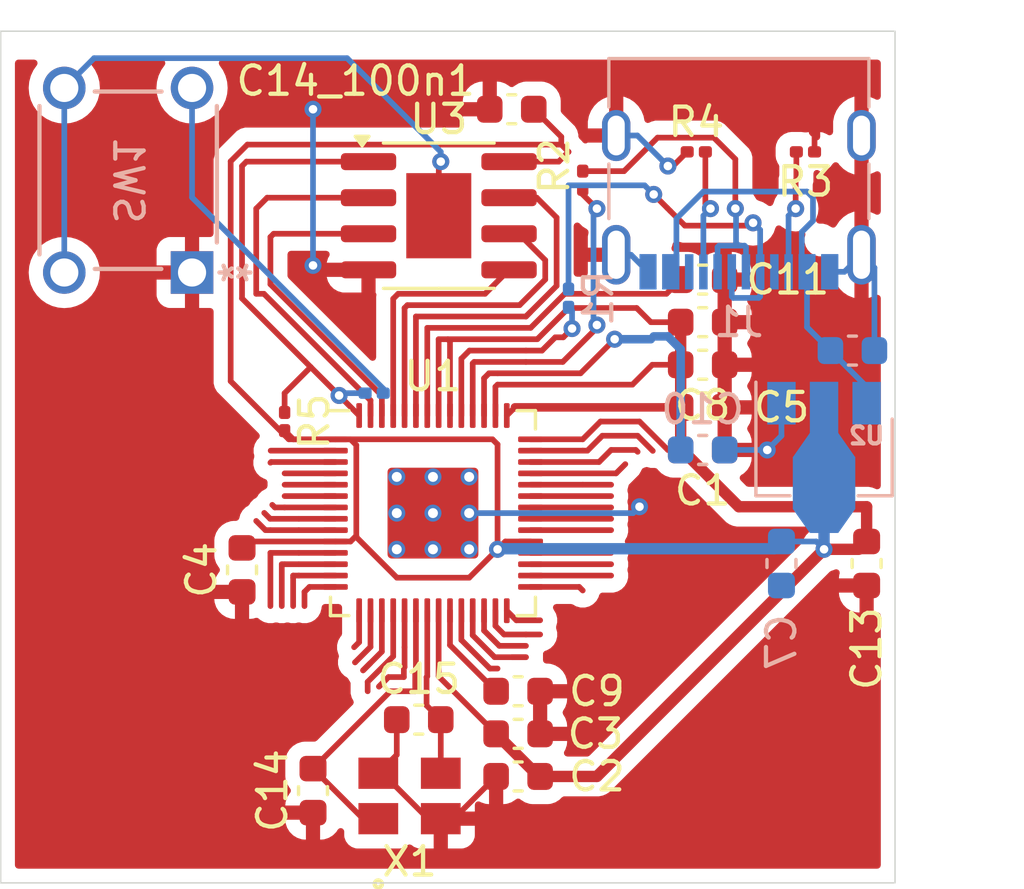
<source format=kicad_pcb>
(kicad_pcb (version 20240108) (generator "pcbnew") (generator_version "8.0")
  (layers (0 "F.Cu" signal) (31 "B.Cu" signal) (34 "B.Paste" user) (35 "F.Paste" user) (36 "B.SilkS" user "B.Silkscreen") (37 "F.SilkS" user "F.Silkscreen") (38 "B.Mask" user) (39 "F.Mask" user) (44 "Edge.Cuts" user))
  (net 0 "")
  (net 1 "unconnected-(U1-GPIO4-Pad6)")
  (net 2 "unconnected-(U1-GPIO8-Pad11)")
  (net 3 "unconnected-(U1-GPIO18-Pad29)")
  (net 4 "unconnected-(U1-GND-Pad57)")
  (net 5 "unconnected-(U1-GPIO19-Pad30)")
  (net 6 "unconnected-(U1-GPIO3-Pad5)")
  (net 7 "unconnected-(U1-GPIO1-Pad3)")
  (net 8 "unconnected-(U1-GPIO10-Pad13)")
  (net 9 "unconnected-(U1-GPIO23-Pad35)")
  (net 10 "unconnected-(U1-GPIO12-Pad15)")
  (net 11 "unconnected-(U1-GPIO11-Pad14)")
  (net 12 "unconnected-(U1-RUN-Pad26)")
  (net 13 "unconnected-(U1-SWD-Pad25)")
  (net 14 "unconnected-(U1-GPIO21-Pad32)")
  (net 15 "unconnected-(U1-GPIO26_ADC0-Pad38)")
  (net 16 "unconnected-(U1-GPIO28_ADC2-Pad40)")
  (net 17 "unconnected-(U1-GPIO16-Pad27)")
  (net 18 "unconnected-(U1-GPIO6-Pad8)")
  (net 19 "unconnected-(U1-GPIO22-Pad34)")
  (net 20 "unconnected-(U1-GPIO17-Pad28)")
  (net 21 "unconnected-(U1-GPIO29_ADC3-Pad41)")
  (net 22 "unconnected-(U1-GPIO15-Pad18)")
  (net 23 "unconnected-(U1-GPIO0-Pad2)")
  (net 24 "unconnected-(U1-GPIO14-Pad17)")
  (net 25 "unconnected-(U1-TESTEN-Pad19)")
  (net 26 "unconnected-(U1-GPIO9-Pad12)")
  (net 27 "unconnected-(U1-SWCLK-Pad24)")
  (net 28 "unconnected-(U1-GPIO13-Pad16)")
  (net 29 "unconnected-(U1-GPIO24-Pad36)")
  (net 30 "unconnected-(U1-GPIO2-Pad4)")
  (net 31 "unconnected-(U1-GPIO27_ADC1-Pad39)")
  (net 32 "unconnected-(U1-GPIO7-Pad9)")
  (net 33 "unconnected-(U1-GPIO5-Pad7)")
  (net 34 "unconnected-(U1-GPIO20-Pad31)")
  (net 35 "GND")
  (net 36 "unconnected-(U1-GPIO25-Pad37)")
  (net 37 "3v3")
  (net 38 "+1V1")
  (net 39 "Net-(U2-IN)")
  (net 40 "Net-(J1-CC1)")
  (net 41 "Net-(J1-CC2)")
  (net 42 "Net-(J1-D+-PadA6)")
  (net 43 "Net-(U1-USB_DP)")
  (net 44 "Net-(J1-D--PadA7)")
  (net 45 "Net-(U1-USB_DM)")
  (net 46 "Net-(U1-QSPI_SS)")
  (net 47 "Net-(R6-Pad1)")
  (net 48 "Net-(U1-QSPI_SCLK)")
  (net 49 "Net-(U1-QSPI_SD2)")
  (net 50 "Net-(U1-QSPI_SD3)")
  (net 51 "Net-(U1-QSPI_SD1)")
  (net 52 "Net-(U1-QSPI_SD0)")
  (net 55 "Net-(U1-XIN)")
  (net 56 "Net-(U1-XOUT)")
  (footprint "Resistor_SMD:R_0201_0603Metric" (layer "F.Cu") (at 150.845 66.5 180)
    (property "Reference" "R3")
    (property "Value" "5.1k")
  )
  (footprint "Capacitor_SMD:C_0603_1608Metric" (layer "F.Cu") (at 137.225 86.5)
    (property "Reference" "C15")
    (property "Value" "Capacitor_10pF" (hide yes))
  )
  (footprint "Capacitor_SMD:C_0603_1608Metric" (layer "F.Cu") (at 140.725 88.5)
    (property "Reference" "C2")
    (property "Value" "Capacitor_NP" (hide yes))
  )
  (footprint "Resistor_SMD:R_0201_0603Metric" (layer "F.Cu") (at 147 66.5)
    (property "Reference" "R4")
    (property "Value" "5.1k")
  )
  (footprint "Capacitor_SMD:C_0603_1608Metric" (layer "F.Cu") (at 147.225 75.5 180)
    (property "Reference" "C5")
    (property "Value" "Capacitor_NP")
  )
  (footprint "Capacitor_SMD:C_0603_1608Metric" (layer "F.Cu") (at 140.5 65)
    (property "Reference" "C14_100n1")
    (property "Value" "Capacitor_NP")
  )
  (footprint "Resistor_SMD:R_0201_0603Metric" (layer "F.Cu") (at 132.5 76 -90)
    (property "Reference" "R5")
    (property "Value" "Resistor" (hide yes))
  )
  (footprint "Capacitor_SMD:C_0603_1608Metric" (layer "F.Cu") (at 147.225 72.5 180)
    (property "Reference" "C6" (hide yes))
    (property "Value" "Capacitor_NP")
  )
  (footprint "Resistor_SMD:R_0201_0603Metric" (layer "F.Cu") (at 143 67.5 90)
    (property "Reference" "R2")
    (property "Value" "Resistor" (hide yes))
  )
  (footprint "Capacitor_SMD:C_0603_1608Metric" (layer "F.Cu") (at 133.5 89 90)
    (property "Reference" "C14")
    (property "Value" "Capacitor_10pF" (hide yes))
  )
  (footprint "Capacitor_SMD:C_0603_1608Metric" (layer "F.Cu") (at 147.225 71 180)
    (property "Reference" "C11")
    (property "Value" "Capacitor_NP" (hide yes))
  )
  (footprint "Capacitor_SMD:C_0603_1608Metric" (layer "F.Cu") (at 147.225 77 180)
    (property "Reference" "C1")
    (property "Value" "Capacitor_NP" (hide yes))
  )
  (footprint "Capacitor_SMD:C_0603_1608Metric" (layer "F.Cu") (at 131 81.225 90)
    (property "Reference" "C4")
    (property "Value" "Capacitor_NP" (hide yes))
  )
  (footprint "Capacitor_SMD:C_0603_1608Metric" (layer "F.Cu") (at 140.725 85.5 180)
    (property "Reference" "C9")
    (property "Value" "Capacitor_NP" (hide yes))
  )
  (footprint "Capacitor_SMD:C_0603_1608Metric" (layer "F.Cu") (at 140.725 87 180)
    (property "Reference" "C3")
    (property "Value" "Capacitor_NP" (hide yes))
  )
  (footprint "Package_SO:SOIC-8-1EP_3.9x4.9mm_P1.27mm_EP2.29x3mm" (layer "F.Cu") (at 137.93 68.75)
    (property "Reference" "U3")
    (property "Value" "W25Q128JVSIQ")
  )
  (footprint "Capacitor_SMD:C_0603_1608Metric" (layer "F.Cu") (at 147.225 74 180)
    (property "Reference" "C8")
    (property "Value" "Capacitor_NP" (hide yes))
  )
  (footprint "footprints:ABM8-272-T3_ABR" (layer "F.Cu") (at 136.9 89.1877 90)
    (property "Reference" "X1")
    (property "Value" "ABM8-272-T3" (hide yes))
  )
  (footprint "Capacitor_SMD:C_0603_1608Metric" (layer "F.Cu") (at 153 81 90)
    (property "Reference" "C13")
    (property "Value" "Capacitor_NP" (hide yes))
  )
  (footprint "MCU_RaspberryPi_and_Boards:RP2040-QFN-56" (layer "F.Cu") (at 137.725 79.225)
    (property "Reference" "U1")
    (property "Value" "RP2040")
  )
  (footprint "PCM_4ms_Package_SOT:SOT89-3" (layer "B.Cu") (at 151.5 76.8335 -90)
    (property "Reference" "U2")
    (property "Value" "ADP3338AKCZ-3.3" (hide yes))
  )
  (footprint "Capacitor_SMD:C_0603_1608Metric" (layer "B.Cu") (at 150 81 90)
    (property "Reference" "C7")
    (property "Value" "Capacitor_NP")
  )
  (footprint "Resistor_SMD:R_0201_0603Metric" (layer "B.Cu") (at 142.5 71.655 90)
    (property "Reference" "R1")
    (property "Value" "Resistor")
  )
  (footprint "Capacitor_SMD:C_0603_1608Metric" (layer "B.Cu") (at 147.225 77 180)
    (property "Reference" "C10")
    (property "Value" "Capacitor_NP")
  )
  (footprint "Connector_USB:USB_C_Receptacle_G-Switch_GT-USB-7010ASV" (layer "B.Cu") (at 148.5 67)
    (property "Reference" "J1")
    (property "Value" "USB_C_Receptacle_USB2.0")
  )
  (footprint "Push Button:SW4_1825910-B_TEC" (layer "B.Cu") (at 124.7394 64.25 90)
    (property "Reference" "SW1")
    (property "Value" "USB Boot Button" (hide yes))
  )
  (footprint "Resistor_SMD:R_0201_0603Metric" (layer "B.Cu") (at 135.655 75 180)
    (property "Reference" "R6" (hide yes))
    (property "Value" "Resistor")
  )
  (footprint "Capacitor_SMD:C_0603_1608Metric" (layer "B.Cu") (at 152.5 73.5)
    (property "Reference" "C12" (hide yes))
    (property "Value" "Capacitor_NP" (hide yes))
  )
  (gr_rect (start 122.5 62.25) (end 154 92.25) (stroke (width 0.05)) (fill none) (layer "Edge.Cuts"))
  (segment (start 137.93 68.75) (end 137.93 66.915) (width 0.2) (layer "F.Cu") (net 0))
  (segment (start 137.93 66.915) (end 138 66.845) (width 0.2) (layer "F.Cu") (net 0))
  (via (at 138 66.845) (size 0.6) (drill 0.3) (layers "F.Cu" "B.Cu") (net 0))
  (segment (start 125.7887 63.2007) (end 124.7394 64.25) (width 0.2) (layer "B.Cu") (net 0))
  (segment (start 124.7394 70.750001) (end 124.7394 64.25) (width 0.2) (layer "B.Cu") (net 0))
  (segment (start 138 66.5) (end 134.7007 63.2007) (width 0.2) (layer "B.Cu") (net 0))
  (segment (start 134.7007 63.2007) (end 125.7887 63.2007) (width 0.2) (layer "B.Cu") (net 0))
  (segment (start 138 66.845) (end 138 66.5) (width 0.2) (layer "B.Cu") (net 0))
  (segment (start 134.2875 78.625) (end 132.5 78.625) (width 0.2) (layer "F.Cu") (net 1))
  (segment (start 132 80.625) (end 132 82.5) (width 0.2) (layer "F.Cu") (net 2))
  (segment (start 133 80.625) (end 132 80.625) (width 0.2) (layer "F.Cu") (net 2))
  (segment (start 134.2875 80.625) (end 133 80.625) (width 0.2) (layer "F.Cu") (net 2))
  (segment (start 142.875 81.825) (end 143 81.95) (width 0.2) (layer "F.Cu") (net 3))
  (segment (start 141.1625 81.825) (end 142.875 81.825) (width 0.2) (layer "F.Cu") (net 3))
  (via (at 145 79) (size 0.6) (drill 0.3) (layers "F.Cu" "B.Cu") (net 4))
  (segment (start 144.775 79.225) (end 145 79) (width 0.2) (layer "B.Cu") (net 4))
  (segment (start 139 79.225) (end 144.775 79.225) (width 0.2) (layer "B.Cu") (net 4))
  (segment (start 141.1625 81.425) (end 144 81.425) (width 0.2) (layer "F.Cu") (net 5))
  (segment (start 134.2875 78.225) (end 132.5 78.225) (width 0.2) (layer "F.Cu") (net 6))
  (segment (start 134.2875 77.425) (end 132.025 77.425) (width 0.2) (layer "F.Cu") (net 7))
  (segment (start 132.025 77.425) (end 132 77.45) (width 0.2) (layer "F.Cu") (net 7))
  (segment (start 132.8 81.425) (end 132.8 81.5) (width 0.2) (layer "F.Cu") (net 8))
  (segment (start 134.2875 81.425) (end 133 81.425) (width 0.2) (layer "F.Cu") (net 8))
  (segment (start 133 81.425) (end 132.8 81.425) (width 0.2) (layer "F.Cu") (net 8))
  (segment (start 132.8 81.5) (end 132.8 82.5) (width 0.2) (layer "F.Cu") (net 8))
  (segment (start 141.1625 79.425) (end 144 79.425) (width 0.2) (layer "F.Cu") (net 9))
  (segment (start 135.125 83.771572) (end 134.948286 83.948286) (width 0.2) (layer "F.Cu") (net 10))
  (segment (start 135.125 82.6625) (end 135.125 83.771572) (width 0.2) (layer "F.Cu") (net 10))
  (segment (start 134.2875 81.825) (end 133.375 81.825) (width 0.2) (layer "F.Cu") (net 11))
  (segment (start 133.375 81.825) (end 133.2 82) (width 0.2) (layer "F.Cu") (net 11))
  (segment (start 133.2 82) (end 133.2 82.5) (width 0.2) (layer "F.Cu") (net 11))
  (segment (start 140.062954 83.9) (end 141 83.9) (width 0.2) (layer "F.Cu") (net 12))
  (segment (start 139.525 83.362046) (end 140.062954 83.9) (width 0.2) (layer "F.Cu") (net 12))
  (segment (start 139.525 82.6625) (end 139.525 83.362046) (width 0.2) (layer "F.Cu") (net 12))
  (segment (start 139.897268 84.3) (end 141 84.3) (width 0.2) (layer "F.Cu") (net 13))
  (segment (start 139.125 83.527732) (end 139.897268 84.3) (width 0.2) (layer "F.Cu") (net 13))
  (segment (start 141 84.3) (end 140.5 84.3) (width 0.2) (layer "F.Cu") (net 13))
  (segment (start 139.125 82.6625) (end 139.125 83.527732) (width 0.2) (layer "F.Cu") (net 13))
  (segment (start 141.1625 80.625) (end 144 80.625) (width 0.2) (layer "F.Cu") (net 14))
  (segment (start 141.1625 78.225) (end 143 78.225) (width 0.2) (layer "F.Cu") (net 15))
  (segment (start 143 78.225) (end 144 78.225) (width 0.2) (layer "F.Cu") (net 15))
  (segment (start 144 77) (end 143.575 77.425) (width 0.2) (layer "F.Cu") (net 16))
  (segment (start 144.868628 77) (end 144 77) (width 0.2) (layer "F.Cu") (net 16))
  (segment (start 144.934314 77.065686) (end 144.868628 77) (width 0.2) (layer "F.Cu") (net 16))
  (segment (start 143.575 77.425) (end 141.1625 77.425) (width 0.2) (layer "F.Cu") (net 16))
  (segment (start 141 83.5) (end 141.5 83.5) (width 0.2) (layer "F.Cu") (net 17))
  (segment (start 139.925 83.19636) (end 140.22864 83.5) (width 0.2) (layer "F.Cu") (net 17))
  (segment (start 140.22864 83.5) (end 141 83.5) (width 0.2) (layer "F.Cu") (net 17))
  (segment (start 139.925 82.6625) (end 139.925 83.19636) (width 0.2) (layer "F.Cu") (net 17))
  (segment (start 134.2875 79.425) (end 133 79.425) (width 0.2) (layer "F.Cu") (net 18))
  (segment (start 131.990686 79.425) (end 131.782843 79.217157) (width 0.2) (layer "F.Cu") (net 18))
  (segment (start 133 79.425) (end 131.990686 79.425) (width 0.2) (layer "F.Cu") (net 18))
  (segment (start 141.1625 79.825) (end 144 79.825) (width 0.2) (layer "F.Cu") (net 19))
  (segment (start 140.325 82.6625) (end 140.6625 83) (width 0.2) (layer "F.Cu") (net 20))
  (segment (start 140.6625 83) (end 141.5 83) (width 0.2) (layer "F.Cu") (net 20))
  (segment (start 141.1625 77.025) (end 143 77.025) (width 0.2) (layer "F.Cu") (net 21))
  (segment (start 143.165686 77.025) (end 143.595343 76.595343) (width 0.2) (layer "F.Cu") (net 21))
  (segment (start 143.690686 76.5) (end 144.934314 76.5) (width 0.2) (layer "F.Cu") (net 21))
  (segment (start 143.595343 76.595343) (end 143.690686 76.5) (width 0.2) (layer "F.Cu") (net 21))
  (segment (start 143 77.025) (end 143.165686 77.025) (width 0.2) (layer "F.Cu") (net 21))
  (segment (start 144.934314 76.5) (end 145.467157 77.032843) (width 0.2) (layer "F.Cu") (net 21))
  (segment (start 136.325 82.6625) (end 136.325 84.268629) (width 0.2) (layer "F.Cu") (net 22))
  (segment (start 136.325 84.268629) (end 135.425 85.168629) (width 0.2) (layer "F.Cu") (net 22))
  (segment (start 135.425 85.168629) (end 135.425 85.5) (width 0.2) (layer "F.Cu") (net 22))
  (segment (start 134.2875 77.025) (end 132.009314 77.025) (width 0.2) (layer "F.Cu") (net 23))
  (segment (start 135.925 82.6625) (end 135.925 84.102943) (width 0.2) (layer "F.Cu") (net 24))
  (segment (start 135.925 84.102943) (end 135.263971 84.763972) (width 0.2) (layer "F.Cu") (net 24))
  (segment (start 135.263971 84.763972) (end 135.513971 84.513972) (width 0.2) (layer "F.Cu") (net 24))
  (segment (start 136.7 84.66863) (end 136.7 85) (width 0.2) (layer "F.Cu") (net 25))
  (segment (start 136.159315 85) (end 135.825 85.334315) (width 0.2) (layer "F.Cu") (net 25))
  (segment (start 136.7 85) (end 136.159315 85) (width 0.2) (layer "F.Cu") (net 25))
  (segment (start 136.725 84.64363) (end 136.7 84.66863) (width 0.2) (layer "F.Cu") (net 25))
  (segment (start 135.825 85.334315) (end 136.079657 85.079658) (width 0.2) (layer "F.Cu") (net 25))
  (segment (start 136.725 82.6625) (end 136.725 83.95) (width 0.2) (layer "F.Cu") (net 25))
  (segment (start 136.725 83.95) (end 136.725 84.64363) (width 0.2) (layer "F.Cu") (net 25))
  (segment (start 133 81.025) (end 132.5 81.025) (width 0.2) (layer "F.Cu") (net 26))
  (segment (start 132.5 81.025) (end 132.4 81.025) (width 0.2) (layer "F.Cu") (net 26))
  (segment (start 134.2875 81.025) (end 133 81.025) (width 0.2) (layer "F.Cu") (net 26))
  (segment (start 132.4 81.025) (end 132.4 82.5) (width 0.2) (layer "F.Cu") (net 26))
  (segment (start 139.731582 84.7) (end 140 84.7) (width 0.2) (layer "F.Cu") (net 27))
  (segment (start 138.725 82.6625) (end 138.725 83.693418) (width 0.2) (layer "F.Cu") (net 27))
  (segment (start 138.725 83.693418) (end 139.731582 84.7) (width 0.2) (layer "F.Cu") (net 27))
  (segment (start 134.981128 84.481129) (end 134.981128 84.481128) (width 0.2) (layer "F.Cu") (net 28))
  (segment (start 135.525 82.6625) (end 135.525 83.937257) (width 0.2) (layer "F.Cu") (net 28))
  (segment (start 135.525 83.937257) (end 134.981128 84.481128) (width 0.2) (layer "F.Cu") (net 28))
  (segment (start 141.1625 79.025) (end 144 79.025) (width 0.2) (layer "F.Cu") (net 29))
  (segment (start 134.2875 77.825) (end 132.5 77.825) (width 0.2) (layer "F.Cu") (net 30))
  (segment (start 141.1625 77.825) (end 144.175 77.825) (width 0.2) (layer "F.Cu") (net 31))
  (segment (start 144.175 77.825) (end 144.5 77.5) (width 0.2) (layer "F.Cu") (net 31))
  (segment (start 132 79.825) (end 131.825 79.825) (width 0.2) (layer "F.Cu") (net 32))
  (segment (start 133 79.825) (end 132 79.825) (width 0.2) (layer "F.Cu") (net 32))
  (segment (start 131.825 79.825) (end 131.5 79.5) (width 0.2) (layer "F.Cu") (net 32))
  (segment (start 134.2875 79.825) (end 133 79.825) (width 0.2) (layer "F.Cu") (net 32))
  (segment (start 132.5 79.025) (end 132.156372 79.025) (width 0.2) (layer "F.Cu") (net 33))
  (segment (start 132.156372 79.025) (end 132.065686 78.934314) (width 0.2) (layer "F.Cu") (net 33))
  (segment (start 134.2875 79.025) (end 132.5 79.025) (width 0.2) (layer "F.Cu") (net 33))
  (segment (start 141.1625 81.025) (end 144 81.025) (width 0.2) (layer "F.Cu") (net 34))
  (segment (start 146 67) (end 146.18 67) (width 0.2) (layer "F.Cu") (net 35))
  (segment (start 135.8 88.387699) (end 135.95 88.387699) (width 0.2) (layer "F.Cu") (net 35))
  (segment (start 135.455 70.655) (end 133.655 70.655) (width 0.2) (layer "F.Cu") (net 35))
  (segment (start 139.95 88.5) (end 138.462299 89.987701) (width 0.2) (layer "F.Cu") (net 35))
  (segment (start 135.95 88.387699) (end 137.550002 89.987701) (width 0.2) (layer "F.Cu") (net 35))
  (segment (start 149.5 77) (end 148 77) (width 0.2) (layer "F.Cu") (net 35))
  (segment (start 133.655 70.655) (end 133.5 70.5) (width 0.2) (layer "F.Cu") (net 35))
  (segment (start 136.45 86.5) (end 136.45 87.737699) (width 0.2) (layer "F.Cu") (net 35))
  (segment (start 146.18 67) (end 146.68 66.5) (width 0.2) (layer "F.Cu") (net 35))
  (segment (start 137.550002 89.987701) (end 138 89.987701) (width 0.2) (layer "F.Cu") (net 35))
  (segment (start 151.165 65.665) (end 151 65.5) (width 0.2) (layer "F.Cu") (net 35))
  (segment (start 138.462299 89.987701) (end 138 89.987701) (width 0.2) (layer "F.Cu") (net 35))
  (segment (start 136.45 87.737699) (end 135.8 88.387699) (width 0.2) (layer "F.Cu") (net 35))
  (segment (start 151.165 66.5) (end 151.165 65.665) (width 0.2) (layer "F.Cu") (net 35))
  (via (at 133.5 70.5) (size 0.6) (drill 0.3) (layers "F.Cu" "B.Cu") (net 35))
  (via (at 133.5 65) (size 0.6) (drill 0.3) (layers "F.Cu" "B.Cu") (net 35))
  (via (at 146 67) (size 0.6) (drill 0.3) (layers "F.Cu" "B.Cu") (net 35))
  (via (at 149.5 77) (size 0.6) (drill 0.3) (layers "F.Cu" "B.Cu") (net 35))
  (segment (start 144.18 70.125) (end 144.7 70.125) (width 0.2) (layer "B.Cu") (net 35))
  (segment (start 152.22 70.725) (end 152.82 70.125) (width 0.2) (layer "B.Cu") (net 35))
  (segment (start 150 76.5) (end 149.5 77) (width 0.2) (layer "B.Cu") (net 35))
  (segment (start 148 77) (end 149.5 77) (width 0.2) (layer "B.Cu") (net 35))
  (segment (start 144.925 65.925) (end 146 67) (width 0.2) (layer "B.Cu") (net 35))
  (segment (start 153.275 73.5) (end 153.275 70.58) (width 0.2) (layer "B.Cu") (net 35))
  (segment (start 151.7 70.725) (end 152.22 70.725) (width 0.2) (layer "B.Cu") (net 35))
  (segment (start 150 75.3535) (end 150 76.5) (width 0.2) (layer "B.Cu") (net 35))
  (segment (start 144.18 65.925) (end 144.925 65.925) (width 0.2) (layer "B.Cu") (net 35))
  (segment (start 153.275 70.58) (end 152.82 70.125) (width 0.2) (layer "B.Cu") (net 35))
  (segment (start 133.5 70.5) (end 133.5 65) (width 0.2) (layer "B.Cu") (net 35))
  (segment (start 144.7 70.125) (end 145.3 70.725) (width 0.2) (layer "B.Cu") (net 35))
  (segment (start 141.1625 78.625) (end 144 78.625) (width 0.2) (layer "F.Cu") (net 36))
  (segment (start 135.025 76.82864) (end 134.82136 76.625) (width 0.2) (layer "F.Cu") (net 37))
  (segment (start 134.2875 76.625) (end 132.805 76.625) (width 0.2) (layer "F.Cu") (net 37))
  (segment (start 145.45 74) (end 146.45 74) (width 0.2) (layer "F.Cu") (net 37))
  (segment (start 148.5 79) (end 153 79) (width 0.4) (layer "F.Cu") (net 37))
  (segment (start 140.325 75.7875) (end 140.6125 75.5) (width 0.2) (layer "F.Cu") (net 37))
  (segment (start 144.9 72) (end 145.4 72.5) (width 0.2) (layer "F.Cu") (net 37))
  (segment (start 135.025 80.068902) (end 136.456098 81.5) (width 0.2) (layer "F.Cu") (net 37))
  (segment (start 142.245 66.245) (end 142.245 65.97) (width 0.2) (layer "F.Cu") (net 37))
  (segment (start 138.325 75.7875) (end 138.325 73.175) (width 0.2) (layer "F.Cu") (net 37))
  (segment (start 141.5 88.5) (end 141.45 88.5) (width 0.2) (layer "F.Cu") (net 37))
  (segment (start 144.75 74.7) (end 145.45 74) (width 0.2) (layer "F.Cu") (net 37))
  (segment (start 138.25 73.1) (end 141.4 73.1) (width 0.2) (layer "F.Cu") (net 37))
  (segment (start 140 74.7) (end 144.75 74.7) (width 0.2) (layer "F.Cu") (net 37))
  (segment (start 143.5 88.5) (end 151.5 80.5) (width 0.4) (layer "F.Cu") (net 37))
  (segment (start 140 76.80364) (end 140 80.5) (width 0.2) (layer "F.Cu") (net 37))
  (segment (start 140.405 66.845) (end 142.155 66.845) (width 0.2) (layer "F.Cu") (net 37))
  (segment (start 151.5 80.5) (end 152.725 80.5) (width 0.4) (layer "F.Cu") (net 37))
  (segment (start 146.45 72.5) (end 146.45 74) (width 0.4) (layer "F.Cu") (net 37))
  (segment (start 137.925 84.975) (end 137.925 82.6625) (width 0.2) (layer "F.Cu") (net 37))
  (segment (start 146.45 76.95) (end 148.5 79) (width 0.4) (layer "F.Cu") (net 37))
  (segment (start 139.925 74.775) (end 140 74.7) (width 0.2) (layer "F.Cu") (net 37))
  (segment (start 146 77) (end 145 76) (width 0.2) (layer "F.Cu") (net 37))
  (segment (start 136.456098 81.5) (end 139 81.5) (width 0.2) (layer "F.Cu") (net 37))
  (segment (start 140.275 80.225) (end 141.1625 80.225) (width 0.2) (layer "F.Cu") (net 37))
  (segment (start 139.82136 76.625) (end 140 76.80364) (width 0.2) (layer "F.Cu") (net 37))
  (segment (start 139 81.5) (end 140 80.5) (width 0.2) (layer "F.Cu") (net 37))
  (segment (start 142.245 66.245) (end 131.189314 66.245) (width 0.2) (layer "F.Cu") (net 37))
  (segment (start 139.925 75.7875) (end 139.925 74.775) (width 0.2) (layer "F.Cu") (net 37))
  (segment (start 146.45 74) (end 146.45 75.5) (width 0.4) (layer "F.Cu") (net 37))
  (segment (start 135.025 80.02136) (end 135.025 80.068902) (width 0.2) (layer "F.Cu") (net 37))
  (segment (start 141.4 73.1) (end 142.5 72) (width 0.2) (layer "F.Cu") (net 37))
  (segment (start 143 76.625) (end 141.1625 76.625) (width 0.2) (layer "F.Cu") (net 37))
  (segment (start 134.2875 80.225) (end 134.82136 80.225) (width 0.2) (layer "F.Cu") (net 37))
  (segment (start 134.2875 80.225) (end 131.275 80.225) (width 0.2) (layer "F.Cu") (net 37))
  (segment (start 131.275 80.225) (end 131 80.5) (width 0.2) (layer "F.Cu") (net 37))
  (segment (start 142.155 66.845) (end 142.5 66.5) (width 0.2) (layer "F.Cu") (net 37))
  (segment (start 139.95 87) (end 137.925 84.975) (width 0.2) (layer "F.Cu") (net 37))
  (segment (start 134.82136 80.225) (end 135.025 80.02136) (width 0.2) (layer "F.Cu") (net 37))
  (segment (start 142.5 66.5) (end 142.245 66.245) (width 0.2) (layer "F.Cu") (net 37))
  (segment (start 138.325 73.175) (end 138.25 73.1) (width 0.2) (layer "F.Cu") (net 37))
  (segment (start 134.82136 76.625) (end 134.2875 76.625) (width 0.2) (layer "F.Cu") (net 37))
  (segment (start 137.925 73.1) (end 137.925 75.7875) (width 0.2) (layer "F.Cu") (net 37))
  (segment (start 140 80.5) (end 140.275 80.225) (width 0.2) (layer "F.Cu") (net 37))
  (segment (start 142.5 72) (end 144.9 72) (width 0.2) (layer "F.Cu") (net 37))
  (segment (start 142.245 65.97) (end 141.275 65) (width 0.2) (layer "F.Cu") (net 37))
  (segment (start 130.6 74.578456) (end 132.646544 76.625) (width 0.2) (layer "F.Cu") (net 37))
  (segment (start 146.45 75.5) (end 146.45 76.95) (width 0.4) (layer "F.Cu") (net 37))
  (segment (start 145.4 72.5) (end 146.45 72.5) (width 0.2) (layer "F.Cu") (net 37))
  (segment (start 138.25 73.1) (end 137.925 73.1) (width 0.2) (layer "F.Cu") (net 37))
  (segment (start 132.805 76.625) (end 132.5 76.32) (width 0.2) (layer "F.Cu") (net 37))
  (segment (start 145 76) (end 143.625 76) (width 0.2) (layer "F.Cu") (net 37))
  (segment (start 146.45 77) (end 146 77) (width 0.2) (layer "F.Cu") (net 37))
  (segment (start 153 79) (end 153 80.225) (width 0.4) (layer "F.Cu") (net 37))
  (segment (start 141.45 88.5) (end 139.95 87) (width 0.4) (layer "F.Cu") (net 37))
  (segment (start 130.6 66.834314) (end 130.6 74.578456) (width 0.2) (layer "F.Cu") (net 37))
  (segment (start 135.025 80.02136) (end 135.025 76.82864) (width 0.2) (layer "F.Cu") (net 37))
  (segment (start 140.6125 75.5) (end 146.45 75.5) (width 0.3) (layer "F.Cu") (net 37))
  (segment (start 131.189314 66.245) (end 130.6 66.834314) (width 0.2) (layer "F.Cu") (net 37))
  (segment (start 143.625 76) (end 143 76.625) (width 0.2) (layer "F.Cu") (net 37))
  (segment (start 132.646544 76.625) (end 139.82136 76.625) (width 0.2) (layer "F.Cu") (net 37))
  (segment (start 141.5 88.5) (end 143.5 88.5) (width 0.4) (layer "F.Cu") (net 37))
  (segment (start 152.725 80.5) (end 153 80.225) (width 0.2) (layer "F.Cu") (net 37))
  (via (at 151.5 80.5) (size 0.6) (drill 0.3) (layers "F.Cu" "B.Cu") (net 37))
  (via (at 140 80.5) (size 0.6) (drill 0.3) (layers "F.Cu" "B.Cu") (net 37))
  (segment (start 140.020521 80.479479) (end 140 80.5) (width 0.2) (layer "B.Cu") (net 37))
  (segment (start 149.745521 80.479479) (end 140.020521 80.479479) (width 0.4) (layer "B.Cu") (net 37))
  (segment (start 151.5 80.5) (end 151.5 78.167) (width 0.4) (layer "B.Cu") (net 37))
  (segment (start 150 80.225) (end 149.745521 80.479479) (width 0.2) (layer "B.Cu") (net 37))
  (segment (start 151.225 80.225) (end 151.5 80.5) (width 0.2) (layer "B.Cu") (net 37))
  (segment (start 150 80.225) (end 151.225 80.225) (width 0.2) (layer "B.Cu") (net 37))
  (segment (start 142.924455 74.3) (end 144.124697 73.099758) (width 0.2) (layer "F.Cu") (net 38))
  (segment (start 140 74.3) (end 142.924455 74.3) (width 0.2) (layer "F.Cu") (net 38))
  (segment (start 138.325 83.875) (end 139.95 85.5) (width 0.2) (layer "F.Cu") (net 38))
  (segment (start 146.45 71) (end 145.95 71.5) (width 0.2) (layer "F.Cu") (net 38))
  (segment (start 141.165686 72.7) (end 137.525 72.7) (width 0.2) (layer "F.Cu") (net 38))
  (segment (start 139.525 75.7875) (end 139.525 74.475) (width 0.2) (layer "F.Cu") (net 38))
  (segment (start 145.95 71.5) (end 142.365686 71.5) (width 0.2) (layer "F.Cu") (net 38))
  (segment (start 139.525 74.475) (end 139.7 74.3) (width 0.2) (layer "F.Cu") (net 38))
  (segment (start 142.365686 71.5) (end 141.165686 72.7) (width 0.2) (layer "F.Cu") (net 38))
  (segment (start 138.325 82.6625) (end 138.325 83.875) (width 0.2) (layer "F.Cu") (net 38))
  (segment (start 139.7 74.3) (end 140 74.3) (width 0.2) (layer "F.Cu") (net 38))
  (segment (start 137.525 72.7) (end 137.525 75.7875) (width 0.2) (layer "F.Cu") (net 38))
  (via (at 144.124697 73.099758) (size 0.6) (drill 0.3) (layers "F.Cu" "B.Cu") (net 38))
  (segment (start 145.5 73) (end 145.400242 73.099758) (width 0.2) (layer "B.Cu") (net 38))
  (segment (start 145.400242 73.099758) (end 144.124697 73.099758) (width 0.3) (layer "B.Cu") (net 38))
  (segment (start 146.45 77) (end 146.45 73.45) (width 0.3) (layer "B.Cu") (net 38))
  (segment (start 146.45 73.45) (end 146 73) (width 0.3) (layer "B.Cu") (net 38))
  (segment (start 146 73) (end 145.5 73) (width 0.3) (layer "B.Cu") (net 38))
  (segment (start 153 74.775) (end 151.725 73.5) (width 0.2) (layer "B.Cu") (net 39))
  (segment (start 147.251471 67.9) (end 150.9 67.9) (width 0.2) (layer "B.Cu") (net 39))
  (segment (start 146.3 68.851471) (end 147.251471 67.9) (width 0.2) (layer "B.Cu") (net 39))
  (segment (start 150.9 70.725) (end 150.9 72.675) (width 0.2) (layer "B.Cu") (net 39))
  (segment (start 150.9 67.9) (end 151.110406 68.110406) (width 0.2) (layer "B.Cu") (net 39))
  (segment (start 150.9 72.675) (end 151.725 73.5) (width 0.2) (layer "B.Cu") (net 39))
  (segment (start 151.110406 68.93) (end 150.715 69.325406) (width 0.2) (layer "B.Cu") (net 39))
  (segment (start 146.3 70.525) (end 146.3 68.851471) (width 0.2) (layer "B.Cu") (net 39))
  (segment (start 150.715 70.54) (end 150.9 70.725) (width 0.2) (layer "B.Cu") (net 39))
  (segment (start 150.715 69.325406) (end 150.715 70.54) (width 0.2) (layer "B.Cu") (net 39))
  (segment (start 146.1 70.725) (end 146.3 70.525) (width 0.2) (layer "B.Cu") (net 39))
  (segment (start 151.110406 68.110406) (end 151.110406 68.93) (width 0.2) (layer "B.Cu") (net 39))
  (segment (start 153 75.3535) (end 153 74.775) (width 0.2) (layer "B.Cu") (net 39))
  (segment (start 147.32 68.32) (end 147.32 66.5) (width 0.2) (layer "F.Cu") (net 40))
  (segment (start 147.5 68.5) (end 147.32 68.32) (width 0.2) (layer "F.Cu") (net 40))
  (via (at 147.5 68.5) (size 0.6) (drill 0.3) (layers "F.Cu" "B.Cu") (net 40))
  (segment (start 147.25 68.75) (end 147.5 68.5) (width 0.2) (layer "B.Cu") (net 40))
  (segment (start 147.25 70.725) (end 147.25 68.75) (width 0.2) (layer "B.Cu") (net 40))
  (segment (start 150.525 67.475) (end 150.525 66.5) (width 0.2) (layer "F.Cu") (net 41))
  (segment (start 150.5 68.5) (end 150.5 67.5) (width 0.2) (layer "F.Cu") (net 41))
  (segment (start 150.5 67.5) (end 150.525 67.475) (width 0.2) (layer "F.Cu") (net 41))
  (via (at 150.5 68.5) (size 0.6) (drill 0.3) (layers "F.Cu" "B.Cu") (net 41))
  (segment (start 150.25 70.725) (end 150.25 68.75) (width 0.2) (layer "B.Cu") (net 41))
  (segment (start 150.25 68.75) (end 150.5 68.5) (width 0.2) (layer "B.Cu") (net 41))
  (segment (start 145.977063 68.477063) (end 145.5 68) (width 0.2) (layer "F.Cu") (net 42))
  (segment (start 146.6 69.1) (end 146.082572 68.582572) (width 0.2) (layer "F.Cu") (net 42))
  (segment (start 148.9 69.1) (end 146.6 69.1) (width 0.2) (layer "F.Cu") (net 42))
  (segment (start 146.082572 68.582572) (end 145.977063 68.477063) (width 0.2) (layer "F.Cu") (net 42))
  (segment (start 149 69) (end 148.9 69.1) (width 0.2) (layer "F.Cu") (net 42))
  (via (at 145.5 68) (size 0.6) (drill 0.3) (layers "F.Cu" "B.Cu") (net 42))
  (via (at 149 69) (size 0.6) (drill 0.3) (layers "F.Cu" "B.Cu") (net 42))
  (segment (start 142.5 67.68) (end 145.18 67.68) (width 0.2) (layer "B.Cu") (net 42))
  (segment (start 149.25 71.595) (end 149.25 70.725) (width 0.2) (layer "B.Cu") (net 42))
  (segment (start 145.18 67.68) (end 145.5 68) (width 0.2) (layer "B.Cu") (net 42))
  (segment (start 148.25 71.595) (end 148.3 71.645) (width 0.2) (layer "B.Cu") (net 42))
  (segment (start 149.2 71.645) (end 149.25 71.595) (width 0.2) (layer "B.Cu") (net 42))
  (segment (start 149 69) (end 149.25 69.25) (width 0.2) (layer "B.Cu") (net 42))
  (segment (start 149.25 69.25) (end 149.25 70.725) (width 0.2) (layer "B.Cu") (net 42))
  (segment (start 148.25 70.725) (end 148.25 71.595) (width 0.2) (layer "B.Cu") (net 42))
  (segment (start 148.3 71.645) (end 149.2 71.645) (width 0.2) (layer "B.Cu") (net 42))
  (segment (start 142.5 67.68) (end 142.5 71.335) (width 0.2) (layer "B.Cu") (net 42))
  (segment (start 141.565686 73.5) (end 142.032843 73.032843) (width 0.2) (layer "F.Cu") (net 43))
  (segment (start 142.315687 73.032843) (end 142.624265 72.724265) (width 0.2) (layer "F.Cu") (net 43))
  (segment (start 138.725 75.7875) (end 138.725 73.784315) (width 0.2) (layer "F.Cu") (net 43))
  (segment (start 142.032843 73.032843) (end 142.315687 73.032843) (width 0.2) (layer "F.Cu") (net 43))
  (segment (start 141 73.5) (end 141.565686 73.5) (width 0.2) (layer "F.Cu") (net 43))
  (segment (start 139.009315 73.5) (end 141 73.5) (width 0.2) (layer "F.Cu") (net 43))
  (segment (start 138.725 73.784315) (end 139.009315 73.5) (width 0.2) (layer "F.Cu") (net 43))
  (via (at 142.624265 72.724265) (size 0.6) (drill 0.3) (layers "F.Cu" "B.Cu") (net 43))
  (segment (start 142.624265 72.724265) (end 142.624265 72.099265) (width 0.2) (layer "B.Cu") (net 43))
  (segment (start 142.5 72.6) (end 142.624265 72.724265) (width 0.2) (layer "B.Cu") (net 43))
  (segment (start 142.624265 72.099265) (end 142.5 71.975) (width 0.2) (layer "B.Cu") (net 43))
  (segment (start 144.456371 67.18) (end 143 67.18) (width 0.2) (layer "F.Cu") (net 44))
  (segment (start 145.636371 66) (end 144.456371 67.18) (width 0.2) (layer "F.Cu") (net 44))
  (segment (start 147.618456 66) (end 145.636371 66) (width 0.2) (layer "F.Cu") (net 44))
  (segment (start 148.375499 68.5) (end 148.375499 66.757043) (width 0.2) (layer "F.Cu") (net 44))
  (segment (start 148.375499 66.757043) (end 147.618456 66) (width 0.2) (layer "F.Cu") (net 44))
  (via (at 148.375499 68.5) (size 0.6) (drill 0.3) (layers "F.Cu" "B.Cu") (net 44))
  (segment (start 148.5 69.805) (end 148.4 69.705) (width 0.2) (layer "B.Cu") (net 44))
  (segment (start 148.4 68.524501) (end 148.375499 68.5) (width 0.2) (layer "B.Cu") (net 44))
  (segment (start 147.8 69.805) (end 148.5 69.805) (width 0.2) (layer "B.Cu") (net 44))
  (segment (start 148.4 69.705) (end 148.4 68.524501) (width 0.2) (layer "B.Cu") (net 44))
  (segment (start 147.75 70.725) (end 147.75 69.855) (width 0.2) (layer "B.Cu") (net 44))
  (segment (start 148.7 69.805) (end 148.75 69.855) (width 0.2) (layer "B.Cu") (net 44))
  (segment (start 148.5 69.805) (end 148.7 69.805) (width 0.2) (layer "B.Cu") (net 44))
  (segment (start 147.75 69.855) (end 147.8 69.805) (width 0.2) (layer "B.Cu") (net 44))
  (segment (start 148.75 69.855) (end 148.75 70.725) (width 0.2) (layer "B.Cu") (net 44))
  (segment (start 141 73.9) (end 142.297059 73.9) (width 0.2) (layer "F.Cu") (net 45))
  (segment (start 143 67.82) (end 143 68) (width 0.2) (layer "F.Cu") (net 45))
  (segment (start 139.175001 73.9) (end 141 73.9) (width 0.2) (layer "F.Cu") (net 45))
  (segment (start 139.125 73.950001) (end 139.175001 73.9) (width 0.2) (layer "F.Cu") (net 45))
  (segment (start 143.5 72.697059) (end 143.5 72.6) (width 0.2) (layer "F.Cu") (net 45))
  (segment (start 143 68) (end 143.5 68.5) (width 0.2) (layer "F.Cu") (net 45))
  (segment (start 139.125 75.7875) (end 139.125 73.950001) (width 0.2) (layer "F.Cu") (net 45))
  (segment (start 142.297059 73.9) (end 143.5 72.697059) (width 0.2) (layer "F.Cu") (net 45))
  (via (at 143.5 72.6) (size 0.6) (drill 0.3) (layers "F.Cu" "B.Cu") (net 45))
  (via (at 143.5 68.5) (size 0.6) (drill 0.3) (layers "F.Cu" "B.Cu") (net 45))
  (segment (start 143.5 72.6) (end 143.38 72.48) (width 0.2) (layer "B.Cu") (net 45))
  (segment (start 143.38 68.62) (end 143.5 68.5) (width 0.2) (layer "B.Cu") (net 45))
  (segment (start 143.38 72.48) (end 143.38 68.62) (width 0.2) (layer "B.Cu") (net 45))
  (segment (start 131.155 66.845) (end 131 67) (width 0.2) (layer "F.Cu") (net 46))
  (segment (start 131 67) (end 131 71.6625) (width 0.2) (layer "F.Cu") (net 46))
  (segment (start 133.41875 74.08125) (end 135.125 75.7875) (width 0.2) (layer "F.Cu") (net 46))
  (segment (start 135.455 66.845) (end 131.155 66.845) (width 0.2) (layer "F.Cu") (net 46))
  (segment (start 132.5 75.68) (end 132.5 75) (width 0.2) (layer "F.Cu") (net 46))
  (segment (start 131 71.6625) (end 133.41875 74.08125) (width 0.2) (layer "F.Cu") (net 46))
  (segment (start 132.5 75) (end 133.41875 74.08125) (width 0.2) (layer "F.Cu") (net 46))
  (via (at 134.41875 75.08125) (size 0.6) (drill 0.3) (layers "F.Cu" "B.Cu") (net 46))
  (segment (start 134.5 75) (end 134.41875 75.08125) (width 0.2) (layer "B.Cu") (net 46))
  (segment (start 135.335 75) (end 134.5 75) (width 0.2) (layer "B.Cu") (net 46))
  (segment (start 129.239401 68.105945) (end 129.239401 64.25) (width 0.2) (layer "B.Cu") (net 47))
  (segment (start 135.975 74.841544) (end 129.239401 68.105945) (width 0.2) (layer "B.Cu") (net 47))
  (segment (start 135.975 75) (end 135.975 74.841544) (width 0.2) (layer "B.Cu") (net 47))
  (segment (start 141.68 70.995552) (end 140.775552 71.9) (width 0.2) (layer "F.Cu") (net 48))
  (segment (start 136.825 71.9) (end 136.725 72) (width 0.2) (layer "F.Cu") (net 48))
  (segment (start 141.68 70.314448) (end 141.68 70.995552) (width 0.2) (layer "F.Cu") (net 48))
  (segment (start 140.405 69.385) (end 140.750552 69.385) (width 0.2) (layer "F.Cu") (net 48))
  (segment (start 136.725 72) (end 136.725 75.7875) (width 0.2) (layer "F.Cu") (net 48))
  (segment (start 140.775552 71.9) (end 136.825 71.9) (width 0.2) (layer "F.Cu") (net 48))
  (segment (start 140.750552 69.385) (end 141.68 70.314448) (width 0.2) (layer "F.Cu") (net 48))
  (segment (start 132 69.5) (end 132 71.162954) (width 0.2) (layer "F.Cu") (net 49))
  (segment (start 132 71.162954) (end 135.925 75.087954) (width 0.2) (layer "F.Cu") (net 49))
  (segment (start 135.925 75.087954) (end 135.925 75.7875) (width 0.2) (layer "F.Cu") (net 49))
  (segment (start 135.455 69.385) (end 132.115 69.385) (width 0.2) (layer "F.Cu") (net 49))
  (segment (start 132.115 69.385) (end 132 69.5) (width 0.2) (layer "F.Cu") (net 49))
  (segment (start 142.08 71.22) (end 141 72.3) (width 0.2) (layer "F.Cu") (net 50))
  (segment (start 140.405 68.115) (end 141.379999 68.115) (width 0.2) (layer "F.Cu") (net 50))
  (segment (start 142.08 68.815001) (end 142.08 71.22) (width 0.2) (layer "F.Cu") (net 50))
  (segment (start 141 72.3) (end 137.125 72.3) (width 0.2) (layer "F.Cu") (net 50))
  (segment (start 141.379999 68.115) (end 142.08 68.815001) (width 0.2) (layer "F.Cu") (net 50))
  (segment (start 141.15 72.15) (end 141 72.3) (width 0.2) (layer "F.Cu") (net 50))
  (segment (start 137.125 72.3) (end 137.125 75.7875) (width 0.2) (layer "F.Cu") (net 50))
  (segment (start 131.77136 71.5) (end 135.525 75.25364) (width 0.2) (layer "F.Cu") (net 51))
  (segment (start 131.5 71.5) (end 131.77136 71.5) (width 0.2) (layer "F.Cu") (net 51))
  (segment (start 135.455 68.115) (end 131.885 68.115) (width 0.2) (layer "F.Cu") (net 51))
  (segment (start 131.885 68.115) (end 131.5 68.5) (width 0.2) (layer "F.Cu") (net 51))
  (segment (start 131.5 68.5) (end 131.5 71.5) (width 0.2) (layer "F.Cu") (net 51))
  (segment (start 135.525 75.25364) (end 135.525 75.7875) (width 0.2) (layer "F.Cu") (net 51))
  (segment (start 136.5 71.5) (end 136.325 71.675) (width 0.2) (layer "F.Cu") (net 52))
  (segment (start 136.325 71.675) (end 136.325 75.7875) (width 0.2) (layer "F.Cu") (net 52))
  (segment (start 139.56 71.5) (end 136.5 71.5) (width 0.2) (layer "F.Cu") (net 52))
  (segment (start 140.405 70.655) (end 139.56 71.5) (width 0.2) (layer "F.Cu") (net 52))
  (segment (start 135.8 89.987701) (end 135.262701 89.987701) (width 0.2) (layer "F.Cu") (net 55))
  (segment (start 137.1 85.5) (end 137.1 84.834315) (width 0.2) (layer "F.Cu") (net 55))
  (segment (start 133.5 88.225) (end 136.225 85.5) (width 0.2) (layer "F.Cu") (net 55))
  (segment (start 135.262701 89.987701) (end 133.5 88.225) (width 0.2) (layer "F.Cu") (net 55))
  (segment (start 137.125 84.809314) (end 137.125 82.6625) (width 0.2) (layer "F.Cu") (net 55))
  (segment (start 136.225 85.5) (end 137.1 85.5) (width 0.2) (layer "F.Cu") (net 55))
  (segment (start 137.1 84.834315) (end 137.125 84.809314) (width 0.2) (layer "F.Cu") (net 55))
  (segment (start 137.5 85) (end 137.525 84.975) (width 0.2) (layer "F.Cu") (net 56))
  (segment (start 137.5 86) (end 137.5 85) (width 0.2) (layer "F.Cu") (net 56))
  (segment (start 138 88.387699) (end 138 86.5) (width 0.2) (layer "F.Cu") (net 56))
  (segment (start 138 86.5) (end 137.5 86) (width 0.2) (layer "F.Cu") (net 56))
  (segment (start 137.525 84.975) (end 137.525 82.6625) (width 0.2) (layer "F.Cu") (net 56))
  (zone (net 35) (net_name "GND") (layer "F.Cu") (connect_pads (clearance 0.5)) (min_thickness 0.25) (fill yes (thermal_gap 0.5) (thermal_bridge_width 0.5))
    (polygon (pts (xy 154 63) (xy 122.5 63) (xy 122.5 92) (xy 154 92)))
  )
)
</source>
